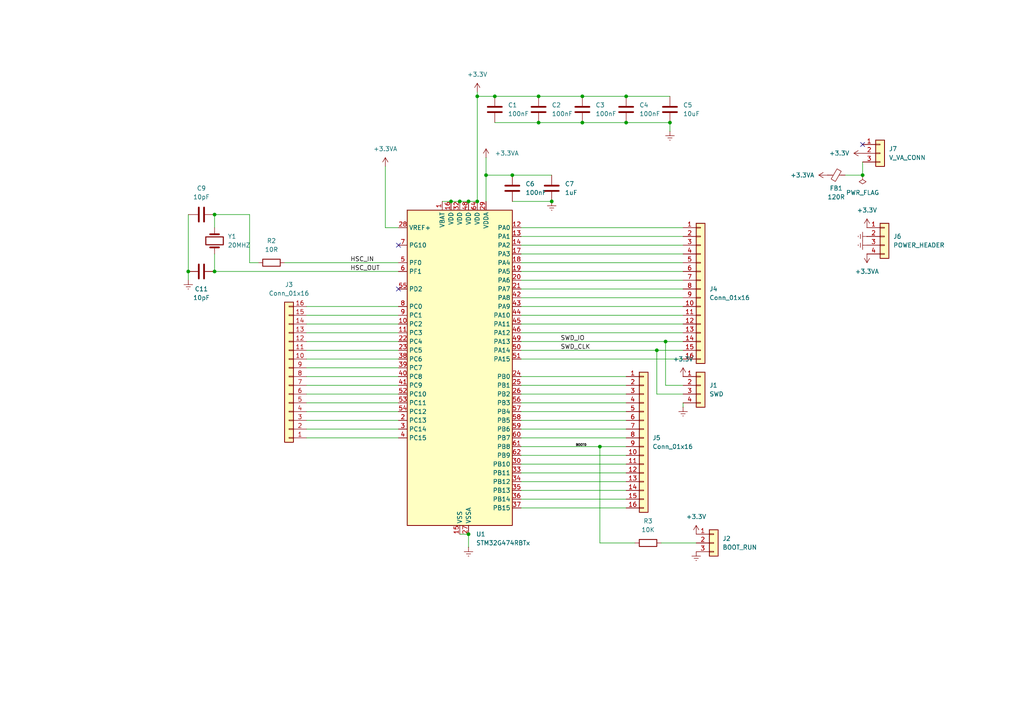
<source format=kicad_sch>
(kicad_sch (version 20231120) (generator "eeschema") (generator_version "8.0")
  (paper "A4")
  (lib_symbols
    (symbol "Connector_Generic:Conn_01x03" (pin_names (offset 1.016) hide)
      (property "Reference" "J" (at 0 5.08 0))
      (property "Value" "Conn_01x03" (at 0 -5.08 0))
      (symbol "Conn_01x03_1_1"
        (rectangle (start -1.27 -2.413) (end 0 -2.667) (stroke (width 0.1524)))
        (rectangle (start -1.27 0.127) (end 0 -0.127) (stroke (width 0.1524)))
        (rectangle (start -1.27 2.667) (end 0 2.413) (stroke (width 0.1524)))
        (rectangle (start -1.27 3.81) (end 1.27 -3.81) (stroke (width 0.254)) (fill (type background)))
        (pin passive line (at -5.08 2.54 0) (length 3.81) (name "Pin_1") (number "1"))
        (pin passive line (at -5.08 0 0) (length 3.81) (name "Pin_2") (number "2"))
        (pin passive line (at -5.08 -2.54 0) (length 3.81) (name "Pin_3") (number "3"))
      )
    )
    (symbol "Connector_Generic:Conn_01x04" (pin_names (offset 1.016) hide)
      (property "Reference" "J" (at 0 5.08 0))
      (property "Value" "Conn_01x04" (at 0 -7.62 0))
      (symbol "Conn_01x04_1_1"
        (rectangle (start -1.27 -4.953) (end 0 -5.207) (stroke (width 0.1524)))
        (rectangle (start -1.27 -2.413) (end 0 -2.667) (stroke (width 0.1524)))
        (rectangle (start -1.27 0.127) (end 0 -0.127) (stroke (width 0.1524)))
        (rectangle (start -1.27 2.667) (end 0 2.413) (stroke (width 0.1524)))
        (rectangle (start -1.27 3.81) (end 1.27 -6.35) (stroke (width 0.254)) (fill (type background)))
        (pin passive line (at -5.08 2.54 0) (length 3.81) (name "Pin_1") (number "1"))
        (pin passive line (at -5.08 0 0) (length 3.81) (name "Pin_2") (number "2"))
        (pin passive line (at -5.08 -2.54 0) (length 3.81) (name "Pin_3") (number "3"))
        (pin passive line (at -5.08 -5.08 0) (length 3.81) (name "Pin_4") (number "4"))
      )
    )
    (symbol "Connector_Generic:Conn_01x16" (pin_names (offset 1.016) hide)
      (property "Reference" "J" (at 0 20.32 0))
      (property "Value" "Conn_01x16" (at 0 -22.86 0))
      (symbol "Conn_01x16_1_1"
        (rectangle (start -1.27 -20.193) (end 0 -20.447) (stroke (width 0.1524)))
        (rectangle (start -1.27 -17.653) (end 0 -17.907) (stroke (width 0.1524)))
        (rectangle (start -1.27 -15.113) (end 0 -15.367) (stroke (width 0.1524)))
        (rectangle (start -1.27 -12.573) (end 0 -12.827) (stroke (width 0.1524)))
        (rectangle (start -1.27 -10.033) (end 0 -10.287) (stroke (width 0.1524)))
        (rectangle (start -1.27 -7.493) (end 0 -7.747) (stroke (width 0.1524)))
        (rectangle (start -1.27 -4.953) (end 0 -5.207) (stroke (width 0.1524)))
        (rectangle (start -1.27 -2.413) (end 0 -2.667) (stroke (width 0.1524)))
        (rectangle (start -1.27 0.127) (end 0 -0.127) (stroke (width 0.1524)))
        (rectangle (start -1.27 2.667) (end 0 2.413) (stroke (width 0.1524)))
        (rectangle (start -1.27 5.207) (end 0 4.953) (stroke (width 0.1524)))
        (rectangle (start -1.27 7.747) (end 0 7.493) (stroke (width 0.1524)))
        (rectangle (start -1.27 10.287) (end 0 10.033) (stroke (width 0.1524)))
        (rectangle (start -1.27 12.827) (end 0 12.573) (stroke (width 0.1524)))
        (rectangle (start -1.27 15.367) (end 0 15.113) (stroke (width 0.1524)))
        (rectangle (start -1.27 17.907) (end 0 17.653) (stroke (width 0.1524)))
        (rectangle (start -1.27 19.05) (end 1.27 -21.59) (stroke (width 0.254)) (fill (type background)))
        (pin passive line (at -5.08 17.78 0) (length 3.81) (name "Pin_1") (number "1"))
        (pin passive line (at -5.08 -5.08 0) (length 3.81) (name "Pin_10") (number "10"))
        (pin passive line (at -5.08 -7.62 0) (length 3.81) (name "Pin_11") (number "11"))
        (pin passive line (at -5.08 -10.16 0) (length 3.81) (name "Pin_12") (number "12"))
        (pin passive line (at -5.08 -12.7 0) (length 3.81) (name "Pin_13") (number "13"))
        (pin passive line (at -5.08 -15.24 0) (length 3.81) (name "Pin_14") (number "14"))
        (pin passive line (at -5.08 -17.78 0) (length 3.81) (name "Pin_15") (number "15"))
        (pin passive line (at -5.08 -20.32 0) (length 3.81) (name "Pin_16") (number "16"))
        (pin passive line (at -5.08 15.24 0) (length 3.81) (name "Pin_2") (number "2"))
        (pin passive line (at -5.08 12.7 0) (length 3.81) (name "Pin_3") (number "3"))
        (pin passive line (at -5.08 10.16 0) (length 3.81) (name "Pin_4") (number "4"))
        (pin passive line (at -5.08 7.62 0) (length 3.81) (name "Pin_5") (number "5"))
        (pin passive line (at -5.08 5.08 0) (length 3.81) (name "Pin_6") (number "6"))
        (pin passive line (at -5.08 2.54 0) (length 3.81) (name "Pin_7") (number "7"))
        (pin passive line (at -5.08 0 0) (length 3.81) (name "Pin_8") (number "8"))
        (pin passive line (at -5.08 -2.54 0) (length 3.81) (name "Pin_9") (number "9"))
      )
    )
    (symbol "Device:C" (pin_numbers hide) (pin_names (offset 0.254))
      (property "Reference" "C" (at 0.635 2.54 0))
      (property "Value" "C" (at 0.635 -2.54 0))
      (symbol "C_0_1"
        (polyline (pts (xy -2.032 -0.762) (xy 2.032 -0.762)) (stroke (width 0.508)))
        (polyline (pts (xy -2.032 0.762) (xy 2.032 0.762)) (stroke (width 0.508)))
      )
      (symbol "C_1_1"
        (pin passive line (at 0 3.81 270) (length 2.794) (name "~") (number "1"))
        (pin passive line (at 0 -3.81 90) (length 2.794) (name "~") (number "2"))
      )
    )
    (symbol "Device:Crystal" (pin_numbers hide) (pin_names (offset 1.016) hide)
      (property "Reference" "Y" (at 0 3.81 0))
      (property "Value" "Crystal" (at 0 -3.81 0))
      (symbol "Crystal_0_1"
        (rectangle (start -1.143 2.54) (end 1.143 -2.54) (stroke (width 0.3048)))
        (polyline (pts (xy -2.54 0) (xy -1.905 0)))
        (polyline (pts (xy -1.905 -1.27) (xy -1.905 1.27)) (stroke (width 0.508)))
        (polyline (pts (xy 1.905 -1.27) (xy 1.905 1.27)) (stroke (width 0.508)))
        (polyline (pts (xy 2.54 0) (xy 1.905 0)))
      )
      (symbol "Crystal_1_1"
        (pin passive line (at -3.81 0 0) (length 1.27) (name "1") (number "1"))
        (pin passive line (at 3.81 0 180) (length 1.27) (name "2") (number "2"))
      )
    )
    (symbol "Device:FerriteBead_Small" (pin_numbers hide) (pin_names (offset 0))
      (property "Reference" "FB" (at 1.905 1.27 0))
      (property "Value" "FerriteBead_Small" (at 1.905 -1.27 0))
      (symbol "FerriteBead_Small_0_1"
        (polyline (pts (xy 0 -1.27) (xy 0 -0.7874)))
        (polyline (pts (xy 0 0.889) (xy 0 1.2954)))
        (polyline (pts (xy -1.8288 0.2794) (xy -1.1176 1.4986) (xy 1.8288 -0.2032) (xy 1.1176 -1.4224) (xy -1.8288 0.2794)))
      )
      (symbol "FerriteBead_Small_1_1"
        (pin passive line (at 0 2.54 270) (length 1.27) (name "~") (number "1"))
        (pin passive line (at 0 -2.54 90) (length 1.27) (name "~") (number "2"))
      )
    )
    (symbol "Device:R" (pin_numbers hide) (pin_names (offset 0))
      (property "Reference" "R" (at 2.032 0 90))
      (property "Value" "R" (at 0 0 90))
      (symbol "R_0_1"
        (rectangle (start -1.016 -2.54) (end 1.016 2.54) (stroke (width 0.254)))
      )
      (symbol "R_1_1"
        (pin passive line (at 0 3.81 270) (length 1.27) (name "~") (number "1"))
        (pin passive line (at 0 -3.81 90) (length 1.27) (name "~") (number "2"))
      )
    )
    (symbol "MCU_ST_STM32G4:STM32G474RBTx"
      (property "Reference" "U" (at -15.24 46.99 0))
      (property "Value" "STM32G474RBTx" (at 10.16 46.99 0))
      (symbol "STM32G474RBTx_0_1"
        (rectangle (start -15.24 -45.72) (end 15.24 45.72) (stroke (width 0.254)) (fill (type background)))
      )
      (symbol "STM32G474RBTx_1_1"
        (pin power_in line (at -5.08 48.26 270) (length 2.54) (name "VBAT") (number "1"))
        (pin bidirectional line (at -17.78 12.7 0) (length 2.54) (name "PC2") (number "10"))
        (pin bidirectional line (at -17.78 10.16 0) (length 2.54) (name "PC3") (number "11"))
        (pin bidirectional line (at 17.78 40.64 180) (length 2.54) (name "PA0") (number "12"))
        (pin bidirectional line (at 17.78 38.1 180) (length 2.54) (name "PA1") (number "13"))
        (pin bidirectional line (at 17.78 35.56 180) (length 2.54) (name "PA2") (number "14"))
        (pin power_in line (at 0 -48.26 90) (length 2.54) (name "VSS") (number "15"))
        (pin power_in line (at -2.54 48.26 270) (length 2.54) (name "VDD") (number "16"))
        (pin bidirectional line (at 17.78 33.02 180) (length 2.54) (name "PA3") (number "17"))
        (pin bidirectional line (at 17.78 30.48 180) (length 2.54) (name "PA4") (number "18"))
        (pin bidirectional line (at 17.78 27.94 180) (length 2.54) (name "PA5") (number "19"))
        (pin bidirectional line (at -17.78 -15.24 0) (length 2.54) (name "PC13") (number "2"))
        (pin bidirectional line (at 17.78 25.4 180) (length 2.54) (name "PA6") (number "20"))
        (pin bidirectional line (at 17.78 22.86 180) (length 2.54) (name "PA7") (number "21"))
        (pin bidirectional line (at -17.78 7.62 0) (length 2.54) (name "PC4") (number "22"))
        (pin bidirectional line (at -17.78 5.08 0) (length 2.54) (name "PC5") (number "23"))
        (pin bidirectional line (at 17.78 -2.54 180) (length 2.54) (name "PB0") (number "24"))
        (pin bidirectional line (at 17.78 -5.08 180) (length 2.54) (name "PB1") (number "25"))
        (pin bidirectional line (at 17.78 -7.62 180) (length 2.54) (name "PB2") (number "26"))
        (pin power_in line (at 2.54 -48.26 90) (length 2.54) (name "VSSA") (number "27"))
        (pin input line (at -17.78 40.64 0) (length 2.54) (name "VREF+") (number "28"))
        (pin power_in line (at 7.62 48.26 270) (length 2.54) (name "VDDA") (number "29"))
        (pin bidirectional line (at -17.78 -17.78 0) (length 2.54) (name "PC14") (number "3"))
        (pin bidirectional line (at 17.78 -27.94 180) (length 2.54) (name "PB10") (number "30"))
        (pin passive line (at 0 -48.26 90) (length 2.54) hide (name "VSS") (number "31"))
        (pin power_in line (at 0 48.26 270) (length 2.54) (name "VDD") (number "32"))
        (pin bidirectional line (at 17.78 -30.48 180) (length 2.54) (name "PB11") (number "33"))
        (pin bidirectional line (at 17.78 -33.02 180) (length 2.54) (name "PB12") (number "34"))
        (pin bidirectional line (at 17.78 -35.56 180) (length 2.54) (name "PB13") (number "35"))
        (pin bidirectional line (at 17.78 -38.1 180) (length 2.54) (name "PB14") (number "36"))
        (pin bidirectional line (at 17.78 -40.64 180) (length 2.54) (name "PB15") (number "37"))
        (pin bidirectional line (at -17.78 2.54 0) (length 2.54) (name "PC6") (number "38"))
        (pin bidirectional line (at -17.78 0 0) (length 2.54) (name "PC7") (number "39"))
        (pin bidirectional line (at -17.78 -20.32 0) (length 2.54) (name "PC15") (number "4"))
        (pin bidirectional line (at -17.78 -2.54 0) (length 2.54) (name "PC8") (number "40"))
        (pin bidirectional line (at -17.78 -5.08 0) (length 2.54) (name "PC9") (number "41"))
        (pin bidirectional line (at 17.78 20.32 180) (length 2.54) (name "PA8") (number "42"))
        (pin bidirectional line (at 17.78 17.78 180) (length 2.54) (name "PA9") (number "43"))
        (pin bidirectional line (at 17.78 15.24 180) (length 2.54) (name "PA10") (number "44"))
        (pin bidirectional line (at 17.78 12.7 180) (length 2.54) (name "PA11") (number "45"))
        (pin bidirectional line (at 17.78 10.16 180) (length 2.54) (name "PA12") (number "46"))
        (pin passive line (at 0 -48.26 90) (length 2.54) hide (name "VSS") (number "47"))
        (pin power_in line (at 2.54 48.26 270) (length 2.54) (name "VDD") (number "48"))
        (pin bidirectional line (at 17.78 7.62 180) (length 2.54) (name "PA13") (number "49"))
        (pin bidirectional line (at -17.78 30.48 0) (length 2.54) (name "PF0") (number "5"))
        (pin bidirectional line (at 17.78 5.08 180) (length 2.54) (name "PA14") (number "50"))
        (pin bidirectional line (at 17.78 2.54 180) (length 2.54) (name "PA15") (number "51"))
        (pin bidirectional line (at -17.78 -7.62 0) (length 2.54) (name "PC10") (number "52"))
        (pin bidirectional line (at -17.78 -10.16 0) (length 2.54) (name "PC11") (number "53"))
        (pin bidirectional line (at -17.78 -12.7 0) (length 2.54) (name "PC12") (number "54"))
        (pin bidirectional line (at -17.78 22.86 0) (length 2.54) (name "PD2") (number "55"))
        (pin bidirectional line (at 17.78 -10.16 180) (length 2.54) (name "PB3") (number "56"))
        (pin bidirectional line (at 17.78 -12.7 180) (length 2.54) (name "PB4") (number "57"))
        (pin bidirectional line (at 17.78 -15.24 180) (length 2.54) (name "PB5") (number "58"))
        (pin bidirectional line (at 17.78 -17.78 180) (length 2.54) (name "PB6") (number "59"))
        (pin bidirectional line (at -17.78 27.94 0) (length 2.54) (name "PF1") (number "6"))
        (pin bidirectional line (at 17.78 -20.32 180) (length 2.54) (name "PB7") (number "60"))
        (pin bidirectional line (at 17.78 -22.86 180) (length 2.54) (name "PB8") (number "61"))
        (pin bidirectional line (at 17.78 -25.4 180) (length 2.54) (name "PB9") (number "62"))
        (pin passive line (at 0 -48.26 90) (length 2.54) hide (name "VSS") (number "63"))
        (pin power_in line (at 5.08 48.26 270) (length 2.54) (name "VDD") (number "64"))
        (pin bidirectional line (at -17.78 35.56 0) (length 2.54) (name "PG10") (number "7"))
        (pin bidirectional line (at -17.78 17.78 0) (length 2.54) (name "PC0") (number "8"))
        (pin bidirectional line (at -17.78 15.24 0) (length 2.54) (name "PC1") (number "9"))
      )
    )
    (symbol "power:+3.3V" (power) (pin_numbers hide) (pin_names (offset 0) hide)
      (property "Value" "+3.3V" (at 0 3.556 0))
      (symbol "+3.3V_0_1"
        (polyline (pts (xy -0.762 1.27) (xy 0 2.54)))
        (polyline (pts (xy 0 0) (xy 0 2.54)))
        (polyline (pts (xy 0 2.54) (xy 0.762 1.27)))
      )
      (symbol "+3.3V_1_1"
        (pin power_in line (at 0 0 90) (length 0) (name "~") (number "1"))
      )
    )
    (symbol "power:GNDREF" (power) (pin_numbers hide) (pin_names (offset 0) hide)
      (property "Value" "GNDREF" (at 0 -3.81 0))
      (symbol "GNDREF_0_1"
        (polyline (pts (xy -0.635 -1.905) (xy 0.635 -1.905)))
        (polyline (pts (xy -0.127 -2.54) (xy 0.127 -2.54)))
        (polyline (pts (xy 0 -1.27) (xy 0 0)))
        (polyline (pts (xy 1.27 -1.27) (xy -1.27 -1.27)))
      )
      (symbol "GNDREF_1_1"
        (pin power_in line (at 0 0 270) (length 0) (name "~") (number "1"))
      )
    )
    (symbol "power:PWR_FLAG" (power) (pin_numbers hide) (pin_names (offset 0) hide)
      (property "Value" "PWR_FLAG" (at 0 3.81 0))
      (symbol "PWR_FLAG_0_0"
        (pin power_out line (at 0 0 90) (length 0) (name "~") (number "1"))
      )
      (symbol "PWR_FLAG_0_1"
        (polyline (pts (xy 0 0) (xy 0 1.27) (xy -1.016 1.905) (xy 0 2.54) (xy 1.016 1.905) (xy 0 1.27)))
      )
    )
  )
  (junction (at 148.59 50.8))
  (junction (at 160.02 58.42))
  (junction (at 140.97 50.8))
  (junction (at 62.23 78.74))
  (junction (at 168.91 35.56))
  (junction (at 135.89 154.94))
  (junction (at 250.19 50.8))
  (junction (at 193.04 99.06))
  (junction (at 135.89 58.42))
  (junction (at 181.61 27.94))
  (junction (at 190.5 101.6))
  (junction (at 54.61 78.74))
  (junction (at 143.51 27.94))
  (junction (at 173.99 129.54))
  (junction (at 194.31 35.56))
  (junction (at 168.91 27.94))
  (junction (at 62.23 62.23))
  (junction (at 181.61 35.56))
  (junction (at 156.21 27.94))
  (junction (at 138.43 27.94))
  (junction (at 156.21 35.56))
  (junction (at 138.43 58.42))
  (junction (at 133.35 58.42))
  (junction (at 130.81 58.42))
  (no_connect (at 250.19 41.91))
  (no_connect (at 115.57 71.12))
  (no_connect (at 115.57 83.82))
  (wire (pts (xy 184.15 157.48) (xy 173.99 157.48)))
  (wire (pts (xy 181.61 132.08) (xy 151.13 132.08)))
  (wire (pts (xy 62.23 62.23) (xy 72.39 62.23)))
  (wire (pts (xy 181.61 114.3) (xy 151.13 114.3)))
  (wire (pts (xy 143.51 35.56) (xy 156.21 35.56)))
  (wire (pts (xy 181.61 124.46) (xy 151.13 124.46)))
  (wire (pts (xy 54.61 78.74) (xy 54.61 81.28)))
  (wire (pts (xy 168.91 27.94) (xy 181.61 27.94)))
  (wire (pts (xy 88.9 111.76) (xy 115.57 111.76)))
  (wire (pts (xy 181.61 134.62) (xy 151.13 134.62)))
  (wire (pts (xy 190.5 101.6) (xy 198.12 101.6)))
  (wire (pts (xy 82.55 76.2) (xy 115.57 76.2)))
  (wire (pts (xy 198.12 96.52) (xy 151.13 96.52)))
  (wire (pts (xy 135.89 158.75) (xy 135.89 154.94)))
  (wire (pts (xy 181.61 147.32) (xy 151.13 147.32)))
  (wire (pts (xy 193.04 99.06) (xy 198.12 99.06)))
  (wire (pts (xy 54.61 62.23) (xy 54.61 78.74)))
  (wire (pts (xy 245.11 50.8) (xy 250.19 50.8)))
  (wire (pts (xy 193.04 111.76) (xy 193.04 99.06)))
  (wire (pts (xy 148.59 50.8) (xy 160.02 50.8)))
  (wire (pts (xy 111.76 66.04) (xy 115.57 66.04)))
  (wire (pts (xy 181.61 137.16) (xy 151.13 137.16)))
  (wire (pts (xy 198.12 73.66) (xy 151.13 73.66)))
  (wire (pts (xy 201.93 157.48) (xy 191.77 157.48)))
  (wire (pts (xy 198.12 66.04) (xy 151.13 66.04)))
  (wire (pts (xy 198.12 86.36) (xy 151.13 86.36)))
  (wire (pts (xy 62.23 73.66) (xy 62.23 78.74)))
  (wire (pts (xy 156.21 35.56) (xy 168.91 35.56)))
  (wire (pts (xy 88.9 96.52) (xy 115.57 96.52)))
  (wire (pts (xy 156.21 27.94) (xy 168.91 27.94)))
  (wire (pts (xy 138.43 27.94) (xy 143.51 27.94)))
  (wire (pts (xy 88.9 109.22) (xy 115.57 109.22)))
  (wire (pts (xy 62.23 66.04) (xy 62.23 62.23)))
  (wire (pts (xy 88.9 114.3) (xy 115.57 114.3)))
  (wire (pts (xy 181.61 127) (xy 151.13 127)))
  (wire (pts (xy 198.12 114.3) (xy 190.5 114.3)))
  (wire (pts (xy 130.81 58.42) (xy 133.35 58.42)))
  (wire (pts (xy 88.9 127) (xy 115.57 127)))
  (wire (pts (xy 198.12 118.11) (xy 198.12 116.84)))
  (wire (pts (xy 148.59 58.42) (xy 160.02 58.42)))
  (wire (pts (xy 140.97 50.8) (xy 148.59 50.8)))
  (wire (pts (xy 143.51 27.94) (xy 156.21 27.94)))
  (wire (pts (xy 198.12 71.12) (xy 151.13 71.12)))
  (wire (pts (xy 128.27 58.42) (xy 130.81 58.42)))
  (wire (pts (xy 181.61 119.38) (xy 151.13 119.38)))
  (wire (pts (xy 198.12 91.44) (xy 151.13 91.44)))
  (wire (pts (xy 133.35 154.94) (xy 135.89 154.94)))
  (wire (pts (xy 138.43 27.94) (xy 138.43 58.42)))
  (wire (pts (xy 190.5 114.3) (xy 190.5 101.6)))
  (wire (pts (xy 88.9 101.6) (xy 115.57 101.6)))
  (wire (pts (xy 198.12 76.2) (xy 151.13 76.2)))
  (wire (pts (xy 250.19 50.8) (xy 250.19 46.99)))
  (wire (pts (xy 198.12 88.9) (xy 151.13 88.9)))
  (wire (pts (xy 135.89 58.42) (xy 138.43 58.42)))
  (wire (pts (xy 181.61 144.78) (xy 151.13 144.78)))
  (wire (pts (xy 181.61 139.7) (xy 151.13 139.7)))
  (wire (pts (xy 181.61 142.24) (xy 151.13 142.24)))
  (wire (pts (xy 72.39 76.2) (xy 74.93 76.2)))
  (wire (pts (xy 111.76 48.26) (xy 111.76 66.04)))
  (wire (pts (xy 198.12 78.74) (xy 151.13 78.74)))
  (wire (pts (xy 181.61 111.76) (xy 151.13 111.76)))
  (wire (pts (xy 140.97 50.8) (xy 140.97 58.42)))
  (wire (pts (xy 88.9 104.14) (xy 115.57 104.14)))
  (wire (pts (xy 181.61 121.92) (xy 151.13 121.92)))
  (wire (pts (xy 198.12 68.58) (xy 151.13 68.58)))
  (wire (pts (xy 88.9 88.9) (xy 115.57 88.9)))
  (wire (pts (xy 173.99 157.48) (xy 173.99 129.54)))
  (wire (pts (xy 181.61 109.22) (xy 151.13 109.22)))
  (wire (pts (xy 151.13 101.6) (xy 190.5 101.6)))
  (wire (pts (xy 198.12 104.14) (xy 151.13 104.14)))
  (wire (pts (xy 194.31 38.1) (xy 194.31 35.56)))
  (wire (pts (xy 88.9 116.84) (xy 115.57 116.84)))
  (wire (pts (xy 72.39 62.23) (xy 72.39 76.2)))
  (wire (pts (xy 198.12 83.82) (xy 151.13 83.82)))
  (wire (pts (xy 181.61 27.94) (xy 194.31 27.94)))
  (wire (pts (xy 198.12 81.28) (xy 151.13 81.28)))
  (wire (pts (xy 88.9 106.68) (xy 115.57 106.68)))
  (wire (pts (xy 198.12 93.98) (xy 151.13 93.98)))
  (wire (pts (xy 88.9 93.98) (xy 115.57 93.98)))
  (wire (pts (xy 88.9 99.06) (xy 115.57 99.06)))
  (wire (pts (xy 88.9 121.92) (xy 115.57 121.92)))
  (wire (pts (xy 173.99 129.54) (xy 181.61 129.54)))
  (wire (pts (xy 133.35 58.42) (xy 135.89 58.42)))
  (wire (pts (xy 88.9 124.46) (xy 115.57 124.46)))
  (wire (pts (xy 140.97 50.8) (xy 140.97 45.72)))
  (wire (pts (xy 151.13 99.06) (xy 193.04 99.06)))
  (wire (pts (xy 181.61 35.56) (xy 194.31 35.56)))
  (wire (pts (xy 151.13 129.54) (xy 173.99 129.54)))
  (wire (pts (xy 62.23 78.74) (xy 115.57 78.74)))
  (wire (pts (xy 168.91 35.56) (xy 181.61 35.56)))
  (wire (pts (xy 138.43 26.67) (xy 138.43 27.94)))
  (wire (pts (xy 181.61 116.84) (xy 151.13 116.84)))
  (wire (pts (xy 198.12 111.76) (xy 193.04 111.76)))
  (wire (pts (xy 88.9 91.44) (xy 115.57 91.44)))
  (wire (pts (xy 88.9 119.38) (xy 115.57 119.38)))
  (label "HSC_IN" (at 101.6 76.2 0))
  (label "SWD_IO" (at 162.56 99.06 0))
  (label "SWD_CLK" (at 162.56 101.6 0))
  (label "BOOT0" (at 170.18 129.54 180) (effects (font (size 0.635 0.635))))
  (label "HSC_OUT" (at 101.6 78.74 0))
  (symbol (lib_id "power:+3.3V") (at 250.19 44.45 90) (unit 1)
    (property "Reference" "#PWR018" (effects (hide yes)))
    (property "Value" "+3.3V" (at 246.38 44.4499 90) (effects (justify left)))
    (property "Description" "Power symbol creates a global label with name \"+3.3V\"" (effects (hide yes)))
  )
  (symbol (lib_id "Device:C") (at 148.59 54.61 180) (unit 1)
    (property "Reference" "C6" (at 152.4 53.3399 0) (effects (justify right)))
    (property "Value" "100nF" (at 152.4 55.8799 0) (effects (justify right)))
    (property "Footprint" "Capacitor_SMD:C_0805_2012Metric_Pad1.18x1.45mm_HandSolder" (effects (hide yes)))
    (property "Description" "Unpolarized capacitor" (effects (hide yes)))
  )
  (symbol (lib_id "power:+3.3V") (at 111.76 48.26 0) (unit 1)
    (property "Reference" "#PWR06" (effects (hide yes)))
    (property "Value" "+3.3VA" (at 111.76 43.18 0))
    (property "Description" "Power symbol creates a global label with name \"+3.3V\"" (effects (hide yes)))
  )
  (symbol (lib_id "power:+3.3V") (at 240.03 50.8 90) (unit 1)
    (property "Reference" "#PWR019" (effects (hide yes)))
    (property "Value" "+3.3VA" (at 236.22 50.7999 90) (effects (justify left)))
    (property "Description" "Power symbol creates a global label with name \"+3.3V\"" (effects (hide yes)))
  )
  (symbol (lib_id "Device:C") (at 156.21 31.75 180) (unit 1)
    (property "Reference" "C2" (at 160.02 30.4799 0) (effects (justify right)))
    (property "Value" "100nF" (at 160.02 33.0199 0) (effects (justify right)))
    (property "Footprint" "Capacitor_SMD:C_0805_2012Metric_Pad1.18x1.45mm_HandSolder" (effects (hide yes)))
    (property "Description" "Unpolarized capacitor" (effects (hide yes)))
  )
  (symbol (lib_id "Device:C") (at 181.61 31.75 180) (unit 1)
    (property "Reference" "C4" (at 185.42 30.4799 0) (effects (justify right)))
    (property "Value" "100nF" (at 185.42 33.0199 0) (effects (justify right)))
    (property "Footprint" "Capacitor_SMD:C_0805_2012Metric_Pad1.18x1.45mm_HandSolder" (effects (hide yes)))
    (property "Description" "Unpolarized capacitor" (effects (hide yes)))
  )
  (symbol (lib_id "power:GNDREF") (at 194.31 38.1 0) (unit 1)
    (property "Reference" "#PWR02" (effects (hide yes)))
    (property "Value" "GNDREF" (effects (hide yes)))
    (property "Description" "Power symbol creates a global label with name \"GNDREF\" , reference supply ground" (effects (hide yes)))
  )
  (symbol (lib_id "Device:R") (at 187.96 157.48 270) (unit 1)
    (property "Reference" "R3" (at 187.96 151.13 90))
    (property "Value" "10K" (at 187.96 153.67 90))
    (property "Footprint" "Resistor_SMD:R_0805_2012Metric_Pad1.20x1.40mm_HandSolder" (effects (hide yes)))
    (property "Description" "Resistor" (effects (hide yes)))
  )
  (symbol (lib_id "Connector_Generic:Conn_01x03") (at 255.27 44.45 0) (unit 1)
    (property "Reference" "J7" (at 257.81 43.1799 0) (effects (justify left)))
    (property "Value" "V_VA_CONN" (at 257.81 45.7199 0) (effects (justify left)))
    (property "Footprint" "Connector_PinHeader_2.54mm:PinHeader_1x03_P2.54mm_Vertical" (effects (hide yes)))
    (property "Description" "Generic connector, single row, 01x03, script generated (kicad-library-utils/schlib/autogen/connector/)" (effects (hide yes)))
  )
  (symbol (lib_id "power:+3.3V") (at 201.93 154.94 0) (unit 1)
    (property "Reference" "#PWR013" (effects (hide yes)))
    (property "Value" "+3.3V" (at 201.93 149.86 0))
    (property "Description" "Power symbol creates a global label with name \"+3.3V\"" (effects (hide yes)))
  )
  (symbol (lib_id "Connector_Generic:Conn_01x04") (at 203.2 111.76 0) (unit 1)
    (property "Reference" "J1" (at 205.74 111.7599 0) (effects (justify left)))
    (property "Value" "SWD" (at 205.74 114.2999 0) (effects (justify left)))
    (property "Footprint" "Connector_PinHeader_2.54mm:PinHeader_1x04_P2.54mm_Vertical" (effects (hide yes)))
    (property "Description" "Generic connector, single row, 01x04, script generated (kicad-library-utils/schlib/autogen/connector/)" (effects (hide yes)))
  )
  (symbol (lib_id "MCU_ST_STM32G4:STM32G474RBTx") (at 133.35 106.68 0) (unit 1)
    (property "Reference" "U1" (at 138.0841 154.94 0) (effects (justify left)))
    (property "Value" "STM32G474RBTx" (at 138.0841 157.48 0) (effects (justify left)))
    (property "Footprint" "Package_QFP:LQFP-64_10x10mm_P0.5mm" (effects (hide yes)))
    (property "Datasheet" "https://www.st.com/resource/en/datasheet/stm32g474rb.pdf" (effects (hide yes)))
    (property "Description" "STMicroelectronics Arm Cortex-M4 MCU, 128KB flash, 128KB RAM, 170 MHz, 1.71-3.6V, 52 GPIO, LQFP64" (effects (hide yes)))
  )
  (symbol (lib_id "Connector_Generic:Conn_01x03") (at 207.01 157.48 0) (unit 1)
    (property "Reference" "J2" (at 209.55 156.2099 0) (effects (justify left)))
    (property "Value" "BOOT_RUN" (at 209.55 158.7499 0) (effects (justify left)))
    (property "Footprint" "Connector_PinHeader_2.54mm:PinHeader_1x03_P2.54mm_Vertical" (effects (hide yes)))
    (property "Description" "Generic connector, single row, 01x03, script generated (kicad-library-utils/schlib/autogen/connector/)" (effects (hide yes)))
  )
  (symbol (lib_id "Device:Crystal") (at 62.23 69.85 270) (unit 1)
    (property "Reference" "Y1" (at 66.04 68.5799 90) (effects (justify left)))
    (property "Value" "20MHZ" (at 66.04 71.1199 90) (effects (justify left)))
    (property "Footprint" "Crystal:Crystal_SMD_HC49-SD_HandSoldering" (effects (hide yes)))
    (property "Description" "Two pin crystal" (effects (hide yes)))
  )
  (symbol (lib_id "Connector_Generic:Conn_01x16") (at 83.82 109.22 180) (unit 1)
    (property "Reference" "J3" (at 83.82 82.55 0))
    (property "Value" "Conn_01x16" (at 83.82 85.09 0))
    (property "Footprint" "Connector_PinHeader_2.54mm:PinHeader_1x16_P2.54mm_Vertical" (effects (hide yes)))
    (property "Description" "Generic connector, single row, 01x16, script generated (kicad-library-utils/schlib/autogen/connector/)" (effects (hide yes)))
  )
  (symbol (lib_id "Device:C") (at 143.51 31.75 180) (unit 1)
    (property "Reference" "C1" (at 147.32 30.4799 0) (effects (justify right)))
    (property "Value" "100nF" (at 147.32 33.0199 0) (effects (justify right)))
    (property "Footprint" "Capacitor_SMD:C_0805_2012Metric_Pad1.18x1.45mm_HandSolder" (effects (hide yes)))
    (property "Description" "Unpolarized capacitor" (effects (hide yes)))
  )
  (symbol (lib_id "Device:FerriteBead_Small") (at 242.57 50.8 90) (unit 1)
    (property "Reference" "FB1" (at 242.5319 54.61 90))
    (property "Value" "120R" (at 242.5319 57.15 90))
    (property "Footprint" "Inductor_SMD:L_0805_2012Metric_Pad1.05x1.20mm_HandSolder" (effects (hide yes)))
    (property "Description" "Ferrite bead, small symbol" (effects (hide yes)))
  )
  (symbol (lib_id "power:GNDREF") (at 251.46 68.58 270) (unit 1)
    (property "Reference" "#PWR016" (effects (hide yes)))
    (property "Value" "GNDREF" (effects (hide yes)))
    (property "Description" "Power symbol creates a global label with name \"GNDREF\" , reference supply ground" (effects (hide yes)))
  )
  (symbol (lib_id "Device:C") (at 58.42 78.74 270) (unit 1)
    (property "Reference" "C11" (at 58.42 83.82 90))
    (property "Value" "10pF" (at 58.42 86.36 90))
    (property "Footprint" "Capacitor_SMD:C_0805_2012Metric_Pad1.18x1.45mm_HandSolder" (effects (hide yes)))
    (property "Description" "Unpolarized capacitor" (effects (hide yes)))
  )
  (symbol (lib_id "Device:R") (at 78.74 76.2 90) (unit 1)
    (property "Reference" "R2" (at 78.74 69.85 90))
    (property "Value" "10R" (at 78.74 72.39 90))
    (property "Footprint" "Resistor_SMD:R_0805_2012Metric_Pad1.20x1.40mm_HandSolder" (effects (hide yes)))
    (property "Description" "Resistor" (effects (hide yes)))
  )
  (symbol (lib_id "power:+3.3V") (at 251.46 73.66 180) (unit 1)
    (property "Reference" "#PWR017" (effects (hide yes)))
    (property "Value" "+3.3VA" (at 251.46 78.74 0))
    (property "Description" "Power symbol creates a global label with name \"+3.3V\"" (effects (hide yes)))
  )
  (symbol (lib_id "Device:C") (at 58.42 62.23 270) (unit 1)
    (property "Reference" "C9" (at 58.42 54.61 90))
    (property "Value" "10pF" (at 58.42 57.15 90))
    (property "Footprint" "Capacitor_SMD:C_0805_2012Metric_Pad1.18x1.45mm_HandSolder" (effects (hide yes)))
    (property "Description" "Unpolarized capacitor" (effects (hide yes)))
  )
  (symbol (lib_id "power:GNDREF") (at 251.46 71.12 270) (unit 1)
    (property "Reference" "#PWR09" (effects (hide yes)))
    (property "Value" "GNDREF" (effects (hide yes)))
    (property "Description" "Power symbol creates a global label with name \"GNDREF\" , reference supply ground" (effects (hide yes)))
  )
  (symbol (lib_id "Device:C") (at 168.91 31.75 180) (unit 1)
    (property "Reference" "C3" (at 172.72 30.4799 0) (effects (justify right)))
    (property "Value" "100nF" (at 172.72 33.0199 0) (effects (justify right)))
    (property "Footprint" "Capacitor_SMD:C_0805_2012Metric_Pad1.18x1.45mm_HandSolder" (effects (hide yes)))
    (property "Description" "Unpolarized capacitor" (effects (hide yes)))
  )
  (symbol (lib_id "power:GNDREF") (at 198.12 118.11 0) (unit 1)
    (property "Reference" "#PWR012" (effects (hide yes)))
    (property "Value" "GNDREF" (effects (hide yes)))
    (property "Description" "Power symbol creates a global label with name \"GNDREF\" , reference supply ground" (effects (hide yes)))
  )
  (symbol (lib_id "power:+3.3V") (at 198.12 109.22 0) (unit 1)
    (property "Reference" "#PWR011" (effects (hide yes)))
    (property "Value" "+3.3V" (at 198.12 104.14 0))
    (property "Description" "Power symbol creates a global label with name \"+3.3V\"" (effects (hide yes)))
  )
  (symbol (lib_id "Connector_Generic:Conn_01x16") (at 186.69 127 0) (unit 1)
    (property "Reference" "J5" (at 189.23 126.9999 0) (effects (justify left)))
    (property "Value" "Conn_01x16" (at 189.23 129.5399 0) (effects (justify left)))
    (property "Footprint" "Connector_PinHeader_2.54mm:PinHeader_1x16_P2.54mm_Vertical" (effects (hide yes)))
    (property "Description" "Generic connector, single row, 01x16, script generated (kicad-library-utils/schlib/autogen/connector/)" (effects (hide yes)))
  )
  (symbol (lib_id "power:+3.3V") (at 140.97 45.72 0) (unit 1)
    (property "Reference" "#PWR03" (effects (hide yes)))
    (property "Value" "+3.3VA" (at 143.51 44.4499 0) (effects (justify left)))
    (property "Description" "Power symbol creates a global label with name \"+3.3V\"" (effects (hide yes)))
  )
  (symbol (lib_id "power:GNDREF") (at 135.89 158.75 0) (unit 1)
    (property "Reference" "#PWR015" (effects (hide yes)))
    (property "Value" "GNDREF" (effects (hide yes)))
    (property "Description" "Power symbol creates a global label with name \"GNDREF\" , reference supply ground" (effects (hide yes)))
  )
  (symbol (lib_id "Device:C") (at 160.02 54.61 180) (unit 1)
    (property "Reference" "C7" (at 163.83 53.3399 0) (effects (justify right)))
    (property "Value" "1uF" (at 163.83 55.8799 0) (effects (justify right)))
    (property "Footprint" "Capacitor_SMD:C_0805_2012Metric_Pad1.18x1.45mm_HandSolder" (effects (hide yes)))
    (property "Description" "Unpolarized capacitor" (effects (hide yes)))
  )
  (symbol (lib_id "power:GNDREF") (at 54.61 81.28 0) (unit 1)
    (property "Reference" "#PWR010" (effects (hide yes)))
    (property "Value" "GNDREF" (effects (hide yes)))
    (property "Description" "Power symbol creates a global label with name \"GNDREF\" , reference supply ground" (effects (hide yes)))
  )
  (symbol (lib_id "power:PWR_FLAG") (at 250.19 50.8 180) (unit 1)
    (property "Reference" "#FLG01" (effects (hide yes)))
    (property "Value" "PWR_FLAG" (at 250.19 55.88 0))
    (property "Description" "Special symbol for telling ERC where power comes from" (effects (hide yes)))
  )
  (symbol (lib_id "power:GNDREF") (at 201.93 160.02 0) (unit 1)
    (property "Reference" "#PWR014" (effects (hide yes)))
    (property "Value" "GNDREF" (effects (hide yes)))
    (property "Description" "Power symbol creates a global label with name \"GNDREF\" , reference supply ground" (effects (hide yes)))
  )
  (symbol (lib_id "power:+3.3V") (at 251.46 66.04 0) (unit 1)
    (property "Reference" "#PWR05" (effects (hide yes)))
    (property "Value" "+3.3V" (at 251.46 60.96 0))
    (property "Description" "Power symbol creates a global label with name \"+3.3V\"" (effects (hide yes)))
  )
  (symbol (lib_id "power:GNDREF") (at 160.02 58.42 0) (unit 1)
    (property "Reference" "#PWR07" (effects (hide yes)))
    (property "Value" "GNDREF" (effects (hide yes)))
    (property "Description" "Power symbol creates a global label with name \"GNDREF\" , reference supply ground" (effects (hide yes)))
  )
  (symbol (lib_id "Device:C") (at 194.31 31.75 180) (unit 1)
    (property "Reference" "C5" (at 198.12 30.4799 0) (effects (justify right)))
    (property "Value" "10uF" (at 198.12 33.0199 0) (effects (justify right)))
    (property "Footprint" "Capacitor_SMD:C_0805_2012Metric_Pad1.18x1.45mm_HandSolder" (effects (hide yes)))
    (property "Description" "Unpolarized capacitor" (effects (hide yes)))
  )
  (symbol (lib_id "Connector_Generic:Conn_01x04") (at 256.54 68.58 0) (unit 1)
    (property "Reference" "J6" (at 259.08 68.5799 0) (effects (justify left)))
    (property "Value" "POWER_HEADER" (at 259.08 71.1199 0) (effects (justify left)))
    (property "Footprint" "Connector_PinHeader_2.54mm:PinHeader_1x04_P2.54mm_Vertical" (effects (hide yes)))
    (property "Description" "Generic connector, single row, 01x04, script generated (kicad-library-utils/schlib/autogen/connector/)" (effects (hide yes)))
  )
  (symbol (lib_id "power:+3.3V") (at 138.43 26.67 0) (unit 1)
    (property "Reference" "#PWR01" (effects (hide yes)))
    (property "Value" "+3.3V" (at 138.43 21.59 0))
    (property "Description" "Power symbol creates a global label with name \"+3.3V\"" (effects (hide yes)))
  )
  (symbol (lib_id "Connector_Generic:Conn_01x16") (at 203.2 83.82 0) (unit 1)
    (property "Reference" "J4" (at 205.74 83.8199 0) (effects (justify left)))
    (property "Value" "Conn_01x16" (at 205.74 86.3599 0) (effects (justify left)))
    (property "Footprint" "Connector_PinHeader_2.54mm:PinHeader_1x16_P2.54mm_Vertical" (effects (hide yes)))
    (property "Description" "Generic connector, single row, 01x16, script generated (kicad-library-utils/schlib/autogen/connector/)" (effects (hide yes)))
  )
)
</source>
